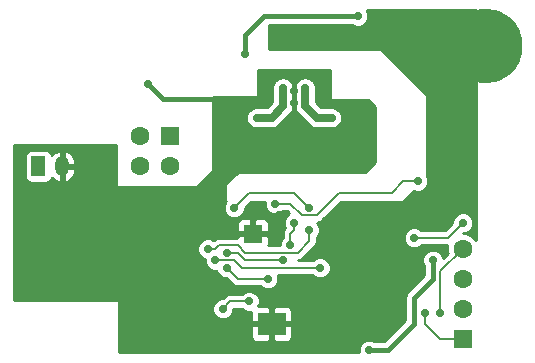
<source format=gbl>
G04 #@! TF.GenerationSoftware,KiCad,Pcbnew,5.0.1-33cea8e~68~ubuntu18.04.1*
G04 #@! TF.CreationDate,2018-11-28T03:54:02-05:00*
G04 #@! TF.ProjectId,psu,7073752E6B696361645F706362000000,rev?*
G04 #@! TF.SameCoordinates,Original*
G04 #@! TF.FileFunction,Copper,L2,Bot,Signal*
G04 #@! TF.FilePolarity,Positive*
%FSLAX46Y46*%
G04 Gerber Fmt 4.6, Leading zero omitted, Abs format (unit mm)*
G04 Created by KiCad (PCBNEW 5.0.1-33cea8e~68~ubuntu18.04.1) date Wed Nov 28 03:54:02 2018*
%MOMM*%
%LPD*%
G01*
G04 APERTURE LIST*
G04 #@! TA.AperFunction,ComponentPad*
%ADD10R,1.600000X1.600000*%
G04 #@! TD*
G04 #@! TA.AperFunction,SMDPad,CuDef*
%ADD11R,2.450000X1.950000*%
G04 #@! TD*
G04 #@! TA.AperFunction,ViaPad*
%ADD12C,0.600000*%
G04 #@! TD*
G04 #@! TA.AperFunction,ComponentPad*
%ADD13O,1.200000X1.700000*%
G04 #@! TD*
G04 #@! TA.AperFunction,ComponentPad*
%ADD14R,1.200000X1.700000*%
G04 #@! TD*
G04 #@! TA.AperFunction,ComponentPad*
%ADD15C,1.600000*%
G04 #@! TD*
G04 #@! TA.AperFunction,ViaPad*
%ADD16C,1.016000*%
G04 #@! TD*
G04 #@! TA.AperFunction,ComponentPad*
%ADD17C,6.350000*%
G04 #@! TD*
G04 #@! TA.AperFunction,ViaPad*
%ADD18C,0.711200*%
G04 #@! TD*
G04 #@! TA.AperFunction,Conductor*
%ADD19C,0.406400*%
G04 #@! TD*
G04 #@! TA.AperFunction,Conductor*
%ADD20C,0.203200*%
G04 #@! TD*
G04 #@! TA.AperFunction,Conductor*
%ADD21C,0.711200*%
G04 #@! TD*
G04 #@! TA.AperFunction,Conductor*
%ADD22C,0.254000*%
G04 #@! TD*
%ADD23C,0.350000*%
%ADD24C,0.300000*%
G04 APERTURE END LIST*
D10*
G04 #@! TO.P,U2,EP*
G04 #@! TO.N,GND*
X153670000Y-109855000D03*
G04 #@! TD*
D11*
G04 #@! TO.P,U1,EP*
G04 #@! TO.N,GND*
X155257500Y-117475000D03*
D12*
G04 #@! TD*
G04 #@! TO.N,GND*
G04 #@! TO.C,U1*
X155257500Y-116975000D03*
G04 #@! TO.N,GND*
G04 #@! TO.C,U1*
X155257500Y-117975000D03*
X156157500Y-117975000D03*
X154357500Y-117975000D03*
X154357500Y-116975000D03*
X156157500Y-116975000D03*
G04 #@! TD*
D13*
G04 #@! TO.P,J3,2*
G04 #@! TO.N,GND*
X137525000Y-104140000D03*
D14*
G04 #@! TO.P,J3,1*
G04 #@! TO.N,/BATT_IN*
X135525000Y-104140000D03*
G04 #@! TD*
D15*
G04 #@! TO.P,J1,6*
G04 #@! TO.N,GND*
X144145000Y-106680000D03*
G04 #@! TO.P,J1,5*
X146685000Y-106680000D03*
G04 #@! TO.P,J1,4*
G04 #@! TO.N,+VIN*
X144145000Y-104140000D03*
G04 #@! TO.P,J1,3*
G04 #@! TO.N,+5V*
X146685000Y-104140000D03*
G04 #@! TO.P,J1,2*
G04 #@! TO.N,+VIN*
X144145000Y-101600000D03*
D10*
G04 #@! TO.P,J1,1*
G04 #@! TO.N,+5V*
X146685000Y-101600000D03*
G04 #@! TD*
D15*
G04 #@! TO.P,J2,4*
G04 #@! TO.N,/SCL*
X171450000Y-111125000D03*
G04 #@! TO.P,J2,3*
G04 #@! TO.N,/SDA*
X171450000Y-113665000D03*
G04 #@! TO.P,J2,2*
G04 #@! TO.N,/ON_BATT*
X171450000Y-116205000D03*
D10*
G04 #@! TO.P,J2,1*
G04 #@! TO.N,/SYSOFF*
X171450000Y-118745000D03*
G04 #@! TD*
D16*
G04 #@! TO.N,GND*
G04 #@! TO.C,H1*
X175334734Y-92837000D03*
X175334734Y-95123000D03*
X173355000Y-96266000D03*
X171375266Y-95123000D03*
X171375266Y-92837000D03*
X173355000Y-91694000D03*
D17*
G04 #@! TD*
G04 #@! TO.P,H1,P*
G04 #@! TO.N,GND*
X173355000Y-93980000D03*
D18*
G04 #@! TO.N,+5V*
X168910000Y-112077500D03*
X163512500Y-119697500D03*
X153035000Y-94615000D03*
X162560000Y-91440000D03*
G04 #@! TO.N,GND*
X152400000Y-119380000D03*
X156210000Y-92392500D03*
X160337500Y-93662500D03*
X162877500Y-117157500D03*
X160972500Y-111442500D03*
X167322500Y-113665000D03*
X163830000Y-108855000D03*
X158750000Y-113665000D03*
X162877500Y-115252500D03*
X161925000Y-99060000D03*
X154940000Y-98742500D03*
X159385000Y-98742500D03*
X157162500Y-97790000D03*
X157162500Y-98742500D03*
X157162500Y-99695000D03*
X152400000Y-99060000D03*
X157162500Y-104140000D03*
X152400000Y-104140000D03*
X146685000Y-112395000D03*
X145732500Y-112395000D03*
X144780000Y-97155000D03*
X162242500Y-109537500D03*
X162242500Y-107632500D03*
X155892500Y-108267500D03*
G04 #@! TO.N,/ON_BATT*
X171450000Y-108902500D03*
X167322500Y-110172500D03*
G04 #@! TO.N,/SCL*
X169545000Y-116522500D03*
G04 #@! TO.N,/SYSOFF*
X168275000Y-116522500D03*
G04 #@! TO.N,Net-(R8-Pad2)*
X151447500Y-111442500D03*
X156210000Y-112077500D03*
G04 #@! TO.N,Net-(R10-Pad2)*
X158432500Y-109537500D03*
X149860000Y-111125000D03*
G04 #@! TO.N,Net-(R9-Pad2)*
X158432500Y-107632500D03*
X152082500Y-107632500D03*
G04 #@! TO.N,Net-(R11-Pad2)*
X154940000Y-113665000D03*
X151447500Y-112712500D03*
G04 #@! TO.N,/L1*
X160337500Y-100012500D03*
X159702500Y-100012500D03*
X159067500Y-100012500D03*
X158115000Y-98107500D03*
X158115000Y-97472500D03*
G04 #@! TO.N,/L2*
X156210000Y-98107500D03*
X153987500Y-100012500D03*
X154622500Y-100012500D03*
X155257500Y-100012500D03*
X156210000Y-97472500D03*
G04 #@! TO.N,/BATT_IN*
X153352500Y-115570000D03*
X151130000Y-116205000D03*
G04 #@! TO.N,Net-(Q2-Pad3)*
X159385000Y-112712500D03*
X150495000Y-112077500D03*
G04 #@! TO.N,Net-(R13-Pad1)*
X157162500Y-108902500D03*
X156845000Y-110807500D03*
G04 #@! TO.N,/~CHG*
X167640000Y-105410000D03*
X155575000Y-107315000D03*
G04 #@! TD*
D19*
G04 #@! TO.N,+5V*
X154622500Y-91440000D02*
X153035000Y-93027500D01*
X162560000Y-91440000D02*
X154622500Y-91440000D01*
X153035000Y-93027500D02*
X153035000Y-94615000D01*
X167322500Y-115252500D02*
X168910000Y-113665000D01*
X168910000Y-113665000D02*
X168910000Y-112077500D01*
X167322500Y-117475000D02*
X167322500Y-115252500D01*
X163512500Y-119697500D02*
X165100000Y-119697500D01*
X165100000Y-119697500D02*
X167322500Y-117475000D01*
G04 #@! TO.N,GND*
X146050000Y-98425000D02*
X150495000Y-98425000D01*
X144780000Y-97155000D02*
X146050000Y-98425000D01*
D20*
G04 #@! TO.N,/ON_BATT*
X170180000Y-110172500D02*
X171450000Y-108902500D01*
X167322500Y-110172500D02*
X170180000Y-110172500D01*
G04 #@! TO.N,/SCL*
X169545000Y-113030000D02*
X171450000Y-111125000D01*
X169545000Y-116522500D02*
X169545000Y-113030000D01*
G04 #@! TO.N,/SDA*
X170815000Y-113665000D02*
X171450000Y-113665000D01*
G04 #@! TO.N,/SYSOFF*
X169545000Y-118745000D02*
X171450000Y-118745000D01*
X168275000Y-116522500D02*
X168275000Y-117475000D01*
X168275000Y-117475000D02*
X169545000Y-118745000D01*
G04 #@! TO.N,Net-(R8-Pad2)*
X152400000Y-111442500D02*
X151447500Y-111442500D01*
X156210000Y-112077500D02*
X153035000Y-112077500D01*
X153035000Y-112077500D02*
X152400000Y-111442500D01*
G04 #@! TO.N,Net-(R10-Pad2)*
X150495000Y-111125000D02*
X150812500Y-110807500D01*
X158432500Y-110490000D02*
X158432500Y-109537500D01*
X149860000Y-111125000D02*
X150495000Y-111125000D01*
X152400000Y-110807500D02*
X153035000Y-111442500D01*
X157480000Y-111442500D02*
X158432500Y-110490000D01*
X150812500Y-110807500D02*
X152400000Y-110807500D01*
X153035000Y-111442500D02*
X157480000Y-111442500D01*
G04 #@! TO.N,Net-(R9-Pad2)*
X157162500Y-106362500D02*
X158432500Y-107632500D01*
X152082500Y-107632500D02*
X153352500Y-106362500D01*
X153352500Y-106362500D02*
X157162500Y-106362500D01*
G04 #@! TO.N,Net-(R11-Pad2)*
X151447500Y-112712500D02*
X152400000Y-113665000D01*
X152400000Y-113665000D02*
X154940000Y-113665000D01*
D21*
G04 #@! TO.N,/L1*
X158115000Y-99060000D02*
X159067500Y-100012500D01*
X158115000Y-98107500D02*
X158115000Y-99060000D01*
X159067500Y-100012500D02*
X159702500Y-100012500D01*
X159702500Y-100012500D02*
X160337500Y-100012500D01*
X158115000Y-97472500D02*
X158115000Y-98107500D01*
G04 #@! TO.N,/L2*
X156210000Y-97472500D02*
X156210000Y-98107500D01*
X156210000Y-99060000D02*
X155257500Y-100012500D01*
X156210000Y-98107500D02*
X156210000Y-99060000D01*
X155257500Y-100012500D02*
X154622500Y-100012500D01*
X154622500Y-100012500D02*
X153987500Y-100012500D01*
D20*
G04 #@! TO.N,/BATT_IN*
X151765000Y-115570000D02*
X153352500Y-115570000D01*
X151130000Y-116205000D02*
X151765000Y-115570000D01*
G04 #@! TO.N,Net-(Q2-Pad3)*
X152717500Y-112712500D02*
X159385000Y-112712500D01*
X152082500Y-112077500D02*
X152717500Y-112712500D01*
X150495000Y-112077500D02*
X152082500Y-112077500D01*
G04 #@! TO.N,Net-(R13-Pad1)*
X157162500Y-109537500D02*
X157162500Y-108902500D01*
X156845000Y-110807500D02*
X156845000Y-109855000D01*
X156845000Y-109855000D02*
X157162500Y-109537500D01*
G04 #@! TO.N,/~CHG*
X166370000Y-105410000D02*
X167640000Y-105410000D01*
X160972500Y-106362500D02*
X165417500Y-106362500D01*
X155575000Y-107315000D02*
X156845000Y-107315000D01*
X165417500Y-106362500D02*
X166370000Y-105410000D01*
X156845000Y-107315000D02*
X157797500Y-108267500D01*
X159067500Y-108267500D02*
X160972500Y-106362500D01*
X157797500Y-108267500D02*
X159067500Y-108267500D01*
G04 #@! TD*
D22*
G04 #@! TO.N,GND*
G36*
X172593000Y-110400103D02*
X172580402Y-110369689D01*
X172205311Y-109994598D01*
X171715230Y-109791600D01*
X171458925Y-109791600D01*
X171459025Y-109791500D01*
X171626833Y-109791500D01*
X171953578Y-109656158D01*
X172203658Y-109406078D01*
X172339000Y-109079333D01*
X172339000Y-108725667D01*
X172203658Y-108398922D01*
X171953578Y-108148842D01*
X171626833Y-108013500D01*
X171273167Y-108013500D01*
X170946422Y-108148842D01*
X170696342Y-108398922D01*
X170561000Y-108725667D01*
X170561000Y-108893475D01*
X169916976Y-109537500D01*
X167944736Y-109537500D01*
X167826078Y-109418842D01*
X167499333Y-109283500D01*
X167145667Y-109283500D01*
X166818922Y-109418842D01*
X166568842Y-109668922D01*
X166433500Y-109995667D01*
X166433500Y-110349333D01*
X166568842Y-110676078D01*
X166818922Y-110926158D01*
X167145667Y-111061500D01*
X167499333Y-111061500D01*
X167826078Y-110926158D01*
X167944736Y-110807500D01*
X170117463Y-110807500D01*
X170136669Y-110811320D01*
X170116600Y-110859770D01*
X170116600Y-111390230D01*
X170166434Y-111510541D01*
X169792354Y-111884622D01*
X169663658Y-111573922D01*
X169413578Y-111323842D01*
X169086833Y-111188500D01*
X168733167Y-111188500D01*
X168406422Y-111323842D01*
X168156342Y-111573922D01*
X168021000Y-111900667D01*
X168021000Y-112254333D01*
X168156342Y-112581078D01*
X168173401Y-112598137D01*
X168173400Y-113359890D01*
X166852940Y-114680351D01*
X166791443Y-114721442D01*
X166750352Y-114782939D01*
X166750349Y-114782942D01*
X166628639Y-114965094D01*
X166571471Y-115252500D01*
X166585901Y-115325045D01*
X166585900Y-117169890D01*
X164794891Y-118960900D01*
X164033136Y-118960900D01*
X164016078Y-118943842D01*
X163689333Y-118808500D01*
X163335667Y-118808500D01*
X163008922Y-118943842D01*
X162758842Y-119193922D01*
X162623500Y-119520667D01*
X162623500Y-119874333D01*
X162629161Y-119888000D01*
X142367000Y-119888000D01*
X142367000Y-117735350D01*
X153499100Y-117735350D01*
X153499100Y-118556100D01*
X153580305Y-118752147D01*
X153730353Y-118902195D01*
X153926400Y-118983400D01*
X154997150Y-118983400D01*
X155130500Y-118850050D01*
X155130500Y-117602000D01*
X155384500Y-117602000D01*
X155384500Y-118850050D01*
X155517850Y-118983400D01*
X156588600Y-118983400D01*
X156784647Y-118902195D01*
X156934695Y-118752147D01*
X157015900Y-118556100D01*
X157015900Y-117735350D01*
X156882550Y-117602000D01*
X155384500Y-117602000D01*
X155130500Y-117602000D01*
X153632450Y-117602000D01*
X153499100Y-117735350D01*
X142367000Y-117735350D01*
X142367000Y-116028167D01*
X150241000Y-116028167D01*
X150241000Y-116381833D01*
X150376342Y-116708578D01*
X150626422Y-116958658D01*
X150953167Y-117094000D01*
X151306833Y-117094000D01*
X151633578Y-116958658D01*
X151883658Y-116708578D01*
X152019000Y-116381833D01*
X152019000Y-116214025D01*
X152028025Y-116205000D01*
X152730264Y-116205000D01*
X152848922Y-116323658D01*
X153175667Y-116459000D01*
X153499100Y-116459000D01*
X153499100Y-117214650D01*
X153632450Y-117348000D01*
X155130500Y-117348000D01*
X155130500Y-116099950D01*
X155384500Y-116099950D01*
X155384500Y-117348000D01*
X156882550Y-117348000D01*
X157015900Y-117214650D01*
X157015900Y-116393900D01*
X156934695Y-116197853D01*
X156784647Y-116047805D01*
X156588600Y-115966600D01*
X155517850Y-115966600D01*
X155384500Y-116099950D01*
X155130500Y-116099950D01*
X154997150Y-115966600D01*
X154150470Y-115966600D01*
X154241500Y-115746833D01*
X154241500Y-115393167D01*
X154106158Y-115066422D01*
X153856078Y-114816342D01*
X153529333Y-114681000D01*
X153175667Y-114681000D01*
X152848922Y-114816342D01*
X152730264Y-114935000D01*
X151827537Y-114935000D01*
X151765000Y-114922561D01*
X151702463Y-114935000D01*
X151702459Y-114935000D01*
X151517235Y-114971843D01*
X151360210Y-115076764D01*
X151360208Y-115076766D01*
X151307191Y-115112191D01*
X151271765Y-115165209D01*
X151120975Y-115316000D01*
X150953167Y-115316000D01*
X150626422Y-115451342D01*
X150376342Y-115701422D01*
X150241000Y-116028167D01*
X142367000Y-116028167D01*
X142367000Y-115570000D01*
X142357333Y-115521399D01*
X142329803Y-115480197D01*
X142288601Y-115452667D01*
X142240000Y-115443000D01*
X133477000Y-115443000D01*
X133477000Y-108948900D01*
X152336600Y-108948900D01*
X152336600Y-109594650D01*
X152469950Y-109728000D01*
X153543000Y-109728000D01*
X153543000Y-108654950D01*
X153797000Y-108654950D01*
X153797000Y-109728000D01*
X154870050Y-109728000D01*
X155003400Y-109594650D01*
X155003400Y-108948900D01*
X154922195Y-108752853D01*
X154772147Y-108602805D01*
X154576100Y-108521600D01*
X153930350Y-108521600D01*
X153797000Y-108654950D01*
X153543000Y-108654950D01*
X153409650Y-108521600D01*
X152763900Y-108521600D01*
X152567853Y-108602805D01*
X152417805Y-108752853D01*
X152336600Y-108948900D01*
X133477000Y-108948900D01*
X133477000Y-103290000D01*
X134381151Y-103290000D01*
X134381151Y-104990000D01*
X134422549Y-105198122D01*
X134540441Y-105374559D01*
X134716878Y-105492451D01*
X134925000Y-105533849D01*
X136125000Y-105533849D01*
X136333122Y-105492451D01*
X136509559Y-105374559D01*
X136627451Y-105198122D01*
X136647857Y-105095532D01*
X136755264Y-105240190D01*
X137139210Y-105470038D01*
X137223377Y-105482529D01*
X137398000Y-105381953D01*
X137398000Y-104267000D01*
X137652000Y-104267000D01*
X137652000Y-105381953D01*
X137826623Y-105482529D01*
X137910790Y-105470038D01*
X138294736Y-105240190D01*
X138561497Y-104880908D01*
X138670461Y-104446890D01*
X138531908Y-104267000D01*
X137652000Y-104267000D01*
X137398000Y-104267000D01*
X137378000Y-104267000D01*
X137378000Y-104013000D01*
X137398000Y-104013000D01*
X137398000Y-102898047D01*
X137652000Y-102898047D01*
X137652000Y-104013000D01*
X138531908Y-104013000D01*
X138670461Y-103833110D01*
X138561497Y-103399092D01*
X138294736Y-103039810D01*
X137910790Y-102809962D01*
X137826623Y-102797471D01*
X137652000Y-102898047D01*
X137398000Y-102898047D01*
X137223377Y-102797471D01*
X137139210Y-102809962D01*
X136755264Y-103039810D01*
X136647857Y-103184468D01*
X136627451Y-103081878D01*
X136509559Y-102905441D01*
X136333122Y-102787549D01*
X136125000Y-102746151D01*
X134925000Y-102746151D01*
X134716878Y-102787549D01*
X134540441Y-102905441D01*
X134422549Y-103081878D01*
X134381151Y-103290000D01*
X133477000Y-103290000D01*
X133477000Y-102362000D01*
X142113000Y-102362000D01*
X142113000Y-105727500D01*
X142122667Y-105776101D01*
X142150197Y-105817303D01*
X142191399Y-105844833D01*
X142240000Y-105854500D01*
X148907500Y-105854500D01*
X148956101Y-105844833D01*
X148997303Y-105817303D01*
X150267303Y-104547303D01*
X150294833Y-104506101D01*
X150304500Y-104457500D01*
X150304500Y-100012500D01*
X153081084Y-100012500D01*
X153098500Y-100100056D01*
X153098500Y-100189333D01*
X153132665Y-100271815D01*
X153150081Y-100359370D01*
X153199677Y-100433595D01*
X153233842Y-100516078D01*
X153296971Y-100579207D01*
X153346567Y-100653433D01*
X153420793Y-100703029D01*
X153483922Y-100766158D01*
X153566405Y-100800323D01*
X153640630Y-100849919D01*
X153728185Y-100867335D01*
X153810667Y-100901500D01*
X155169945Y-100901500D01*
X155257500Y-100918916D01*
X155345055Y-100901500D01*
X155434333Y-100901500D01*
X155516815Y-100867335D01*
X155604370Y-100849919D01*
X155678595Y-100800323D01*
X155761078Y-100766158D01*
X155824207Y-100703029D01*
X155898433Y-100653433D01*
X155948029Y-100579207D01*
X156011159Y-100516077D01*
X156776706Y-99750529D01*
X156850933Y-99700933D01*
X157047419Y-99406870D01*
X157099000Y-99147556D01*
X157099000Y-99147552D01*
X157116415Y-99060001D01*
X157116415Y-99060000D01*
X157208584Y-99060000D01*
X157252801Y-99282288D01*
X157277582Y-99406870D01*
X157474068Y-99700933D01*
X157548294Y-99750529D01*
X158313842Y-100516078D01*
X158376971Y-100579207D01*
X158426567Y-100653433D01*
X158500793Y-100703029D01*
X158563922Y-100766158D01*
X158646405Y-100800323D01*
X158720630Y-100849919D01*
X158808185Y-100867335D01*
X158890667Y-100901500D01*
X158979948Y-100901500D01*
X159067499Y-100918915D01*
X159155050Y-100901500D01*
X160514333Y-100901500D01*
X160596815Y-100867335D01*
X160684370Y-100849919D01*
X160758595Y-100800323D01*
X160841078Y-100766158D01*
X160904207Y-100703029D01*
X160978433Y-100653433D01*
X161028029Y-100579207D01*
X161091158Y-100516078D01*
X161125323Y-100433595D01*
X161174919Y-100359370D01*
X161192335Y-100271815D01*
X161226500Y-100189333D01*
X161226500Y-100100056D01*
X161243916Y-100012500D01*
X161226500Y-99924944D01*
X161226500Y-99835667D01*
X161192335Y-99753185D01*
X161174919Y-99665630D01*
X161125323Y-99591405D01*
X161091158Y-99508922D01*
X161028029Y-99445793D01*
X160978433Y-99371567D01*
X160904207Y-99321971D01*
X160841078Y-99258842D01*
X160758595Y-99224677D01*
X160684370Y-99175081D01*
X160596815Y-99157665D01*
X160514333Y-99123500D01*
X159435736Y-99123500D01*
X159004000Y-98691765D01*
X159004000Y-97295667D01*
X158969835Y-97213185D01*
X158952419Y-97125630D01*
X158902823Y-97051405D01*
X158868658Y-96968922D01*
X158805529Y-96905793D01*
X158755933Y-96831567D01*
X158681707Y-96781971D01*
X158618578Y-96718842D01*
X158536093Y-96684676D01*
X158461869Y-96635081D01*
X158374316Y-96617665D01*
X158291833Y-96583500D01*
X158202556Y-96583500D01*
X158115000Y-96566084D01*
X158027444Y-96583500D01*
X157938167Y-96583500D01*
X157855685Y-96617665D01*
X157768130Y-96635081D01*
X157693905Y-96684677D01*
X157611422Y-96718842D01*
X157548293Y-96781971D01*
X157474067Y-96831567D01*
X157424471Y-96905793D01*
X157361342Y-96968922D01*
X157327176Y-97051407D01*
X157277581Y-97125631D01*
X157260166Y-97213184D01*
X157226000Y-97295667D01*
X157226000Y-98019945D01*
X157226001Y-98972441D01*
X157208584Y-99060000D01*
X157116415Y-99060000D01*
X157099000Y-98972450D01*
X157099000Y-97295667D01*
X157064835Y-97213185D01*
X157047419Y-97125630D01*
X156997823Y-97051405D01*
X156963658Y-96968922D01*
X156900529Y-96905793D01*
X156850933Y-96831567D01*
X156776707Y-96781971D01*
X156713578Y-96718842D01*
X156631093Y-96684676D01*
X156556869Y-96635081D01*
X156469316Y-96617665D01*
X156386833Y-96583500D01*
X156297556Y-96583500D01*
X156210000Y-96566084D01*
X156122444Y-96583500D01*
X156033167Y-96583500D01*
X155950685Y-96617665D01*
X155863130Y-96635081D01*
X155788905Y-96684677D01*
X155706422Y-96718842D01*
X155643293Y-96781971D01*
X155569067Y-96831567D01*
X155519471Y-96905793D01*
X155456342Y-96968922D01*
X155422176Y-97051407D01*
X155372581Y-97125631D01*
X155355166Y-97213184D01*
X155321000Y-97295667D01*
X155321000Y-98019945D01*
X155321001Y-98691764D01*
X154889265Y-99123500D01*
X153810667Y-99123500D01*
X153728185Y-99157665D01*
X153640630Y-99175081D01*
X153566405Y-99224677D01*
X153483922Y-99258842D01*
X153420793Y-99321971D01*
X153346567Y-99371567D01*
X153296971Y-99445793D01*
X153233842Y-99508922D01*
X153199677Y-99591405D01*
X153150081Y-99665630D01*
X153132665Y-99753185D01*
X153098500Y-99835667D01*
X153098500Y-99924944D01*
X153081084Y-100012500D01*
X150304500Y-100012500D01*
X150304500Y-98234500D01*
X153987500Y-98234500D01*
X154036101Y-98224833D01*
X154077303Y-98197303D01*
X154104833Y-98156101D01*
X154114500Y-98107500D01*
X154114500Y-96012000D01*
X160210500Y-96012000D01*
X160210500Y-98425000D01*
X160220167Y-98473601D01*
X160247697Y-98514803D01*
X160288899Y-98542333D01*
X160337500Y-98552000D01*
X163459894Y-98552000D01*
X164020500Y-99112606D01*
X164020500Y-103769894D01*
X163142394Y-104648000D01*
X152400000Y-104648000D01*
X152351399Y-104657667D01*
X152310197Y-104685197D01*
X151357697Y-105637697D01*
X151330167Y-105678899D01*
X151320500Y-105727500D01*
X151320500Y-106997500D01*
X151330167Y-107046101D01*
X151357697Y-107087303D01*
X151365348Y-107092416D01*
X151328842Y-107128922D01*
X151193500Y-107455667D01*
X151193500Y-107809333D01*
X151328842Y-108136078D01*
X151578922Y-108386158D01*
X151905667Y-108521500D01*
X152259333Y-108521500D01*
X152586078Y-108386158D01*
X152836158Y-108136078D01*
X152971500Y-107809333D01*
X152971500Y-107641524D01*
X153488525Y-107124500D01*
X154691661Y-107124500D01*
X154686000Y-107138167D01*
X154686000Y-107491833D01*
X154821342Y-107818578D01*
X155071422Y-108068658D01*
X155398167Y-108204000D01*
X155751833Y-108204000D01*
X156078578Y-108068658D01*
X156197236Y-107950000D01*
X156581976Y-107950000D01*
X156745115Y-108113140D01*
X156658922Y-108148842D01*
X156408842Y-108398922D01*
X156273500Y-108725667D01*
X156273500Y-109079333D01*
X156401266Y-109387787D01*
X156387192Y-109397191D01*
X156351765Y-109450211D01*
X156246843Y-109607236D01*
X156197561Y-109855000D01*
X156210001Y-109917541D01*
X156210001Y-110185263D01*
X156091342Y-110303922D01*
X155956000Y-110630667D01*
X155956000Y-110807500D01*
X154984181Y-110807500D01*
X155003400Y-110761100D01*
X155003400Y-110115350D01*
X154870050Y-109982000D01*
X153797000Y-109982000D01*
X153797000Y-110002000D01*
X153543000Y-110002000D01*
X153543000Y-109982000D01*
X152469950Y-109982000D01*
X152336600Y-110115350D01*
X152336600Y-110172500D01*
X150875037Y-110172500D01*
X150812500Y-110160061D01*
X150749963Y-110172500D01*
X150749959Y-110172500D01*
X150564735Y-110209343D01*
X150354691Y-110349691D01*
X150345287Y-110363765D01*
X150036833Y-110236000D01*
X149683167Y-110236000D01*
X149356422Y-110371342D01*
X149106342Y-110621422D01*
X148971000Y-110948167D01*
X148971000Y-111301833D01*
X149106342Y-111628578D01*
X149356422Y-111878658D01*
X149606000Y-111982036D01*
X149606000Y-112254333D01*
X149741342Y-112581078D01*
X149991422Y-112831158D01*
X150318167Y-112966500D01*
X150590464Y-112966500D01*
X150693842Y-113216078D01*
X150943922Y-113466158D01*
X151270667Y-113601500D01*
X151438476Y-113601500D01*
X151906764Y-114069788D01*
X151942191Y-114122809D01*
X152152235Y-114263157D01*
X152337459Y-114300000D01*
X152337464Y-114300000D01*
X152399999Y-114312439D01*
X152462535Y-114300000D01*
X154317764Y-114300000D01*
X154436422Y-114418658D01*
X154763167Y-114554000D01*
X155116833Y-114554000D01*
X155443578Y-114418658D01*
X155693658Y-114168578D01*
X155829000Y-113841833D01*
X155829000Y-113488167D01*
X155770734Y-113347500D01*
X158762764Y-113347500D01*
X158881422Y-113466158D01*
X159208167Y-113601500D01*
X159561833Y-113601500D01*
X159888578Y-113466158D01*
X160138658Y-113216078D01*
X160274000Y-112889333D01*
X160274000Y-112535667D01*
X160138658Y-112208922D01*
X159888578Y-111958842D01*
X159561833Y-111823500D01*
X159208167Y-111823500D01*
X158881422Y-111958842D01*
X158762764Y-112077500D01*
X157542541Y-112077500D01*
X157727765Y-112040657D01*
X157937809Y-111900309D01*
X157973238Y-111847286D01*
X158837289Y-110983236D01*
X158890309Y-110947809D01*
X159030657Y-110737765D01*
X159067500Y-110552541D01*
X159067500Y-110552536D01*
X159079939Y-110490001D01*
X159067500Y-110427465D01*
X159067500Y-110159736D01*
X159186158Y-110041078D01*
X159321500Y-109714333D01*
X159321500Y-109360667D01*
X159186158Y-109033922D01*
X159067094Y-108914858D01*
X159067500Y-108914939D01*
X159130037Y-108902500D01*
X159130041Y-108902500D01*
X159315265Y-108865657D01*
X159525309Y-108725309D01*
X159560738Y-108672286D01*
X161108526Y-107124500D01*
X166370000Y-107124500D01*
X166418601Y-107114833D01*
X166459803Y-107087303D01*
X167311096Y-106236010D01*
X167463167Y-106299000D01*
X167816833Y-106299000D01*
X168143578Y-106163658D01*
X168393658Y-105913578D01*
X168529000Y-105586833D01*
X168529000Y-105233167D01*
X168402000Y-104926561D01*
X168402000Y-98107500D01*
X168392333Y-98058899D01*
X168364803Y-98017697D01*
X164554803Y-94207697D01*
X164513601Y-94180167D01*
X164465000Y-94170500D01*
X155067000Y-94170500D01*
X155067000Y-92176600D01*
X162039364Y-92176600D01*
X162056422Y-92193658D01*
X162383167Y-92329000D01*
X162736833Y-92329000D01*
X163063578Y-92193658D01*
X163313658Y-91943578D01*
X163449000Y-91616833D01*
X163449000Y-91263167D01*
X163313658Y-90936422D01*
X163309236Y-90932000D01*
X172593000Y-90932000D01*
X172593000Y-110400103D01*
X172593000Y-110400103D01*
G37*
X172593000Y-110400103D02*
X172580402Y-110369689D01*
X172205311Y-109994598D01*
X171715230Y-109791600D01*
X171458925Y-109791600D01*
X171459025Y-109791500D01*
X171626833Y-109791500D01*
X171953578Y-109656158D01*
X172203658Y-109406078D01*
X172339000Y-109079333D01*
X172339000Y-108725667D01*
X172203658Y-108398922D01*
X171953578Y-108148842D01*
X171626833Y-108013500D01*
X171273167Y-108013500D01*
X170946422Y-108148842D01*
X170696342Y-108398922D01*
X170561000Y-108725667D01*
X170561000Y-108893475D01*
X169916976Y-109537500D01*
X167944736Y-109537500D01*
X167826078Y-109418842D01*
X167499333Y-109283500D01*
X167145667Y-109283500D01*
X166818922Y-109418842D01*
X166568842Y-109668922D01*
X166433500Y-109995667D01*
X166433500Y-110349333D01*
X166568842Y-110676078D01*
X166818922Y-110926158D01*
X167145667Y-111061500D01*
X167499333Y-111061500D01*
X167826078Y-110926158D01*
X167944736Y-110807500D01*
X170117463Y-110807500D01*
X170136669Y-110811320D01*
X170116600Y-110859770D01*
X170116600Y-111390230D01*
X170166434Y-111510541D01*
X169792354Y-111884622D01*
X169663658Y-111573922D01*
X169413578Y-111323842D01*
X169086833Y-111188500D01*
X168733167Y-111188500D01*
X168406422Y-111323842D01*
X168156342Y-111573922D01*
X168021000Y-111900667D01*
X168021000Y-112254333D01*
X168156342Y-112581078D01*
X168173401Y-112598137D01*
X168173400Y-113359890D01*
X166852940Y-114680351D01*
X166791443Y-114721442D01*
X166750352Y-114782939D01*
X166750349Y-114782942D01*
X166628639Y-114965094D01*
X166571471Y-115252500D01*
X166585901Y-115325045D01*
X166585900Y-117169890D01*
X164794891Y-118960900D01*
X164033136Y-118960900D01*
X164016078Y-118943842D01*
X163689333Y-118808500D01*
X163335667Y-118808500D01*
X163008922Y-118943842D01*
X162758842Y-119193922D01*
X162623500Y-119520667D01*
X162623500Y-119874333D01*
X162629161Y-119888000D01*
X142367000Y-119888000D01*
X142367000Y-117735350D01*
X153499100Y-117735350D01*
X153499100Y-118556100D01*
X153580305Y-118752147D01*
X153730353Y-118902195D01*
X153926400Y-118983400D01*
X154997150Y-118983400D01*
X155130500Y-118850050D01*
X155130500Y-117602000D01*
X155384500Y-117602000D01*
X155384500Y-118850050D01*
X155517850Y-118983400D01*
X156588600Y-118983400D01*
X156784647Y-118902195D01*
X156934695Y-118752147D01*
X157015900Y-118556100D01*
X157015900Y-117735350D01*
X156882550Y-117602000D01*
X155384500Y-117602000D01*
X155130500Y-117602000D01*
X153632450Y-117602000D01*
X153499100Y-117735350D01*
X142367000Y-117735350D01*
X142367000Y-116028167D01*
X150241000Y-116028167D01*
X150241000Y-116381833D01*
X150376342Y-116708578D01*
X150626422Y-116958658D01*
X150953167Y-117094000D01*
X151306833Y-117094000D01*
X151633578Y-116958658D01*
X151883658Y-116708578D01*
X152019000Y-116381833D01*
X152019000Y-116214025D01*
X152028025Y-116205000D01*
X152730264Y-116205000D01*
X152848922Y-116323658D01*
X153175667Y-116459000D01*
X153499100Y-116459000D01*
X153499100Y-117214650D01*
X153632450Y-117348000D01*
X155130500Y-117348000D01*
X155130500Y-116099950D01*
X155384500Y-116099950D01*
X155384500Y-117348000D01*
X156882550Y-117348000D01*
X157015900Y-117214650D01*
X157015900Y-116393900D01*
X156934695Y-116197853D01*
X156784647Y-116047805D01*
X156588600Y-115966600D01*
X155517850Y-115966600D01*
X155384500Y-116099950D01*
X155130500Y-116099950D01*
X154997150Y-115966600D01*
X154150470Y-115966600D01*
X154241500Y-115746833D01*
X154241500Y-115393167D01*
X154106158Y-115066422D01*
X153856078Y-114816342D01*
X153529333Y-114681000D01*
X153175667Y-114681000D01*
X152848922Y-114816342D01*
X152730264Y-114935000D01*
X151827537Y-114935000D01*
X151765000Y-114922561D01*
X151702463Y-114935000D01*
X151702459Y-114935000D01*
X151517235Y-114971843D01*
X151360210Y-115076764D01*
X151360208Y-115076766D01*
X151307191Y-115112191D01*
X151271765Y-115165209D01*
X151120975Y-115316000D01*
X150953167Y-115316000D01*
X150626422Y-115451342D01*
X150376342Y-115701422D01*
X150241000Y-116028167D01*
X142367000Y-116028167D01*
X142367000Y-115570000D01*
X142357333Y-115521399D01*
X142329803Y-115480197D01*
X142288601Y-115452667D01*
X142240000Y-115443000D01*
X133477000Y-115443000D01*
X133477000Y-108948900D01*
X152336600Y-108948900D01*
X152336600Y-109594650D01*
X152469950Y-109728000D01*
X153543000Y-109728000D01*
X153543000Y-108654950D01*
X153797000Y-108654950D01*
X153797000Y-109728000D01*
X154870050Y-109728000D01*
X155003400Y-109594650D01*
X155003400Y-108948900D01*
X154922195Y-108752853D01*
X154772147Y-108602805D01*
X154576100Y-108521600D01*
X153930350Y-108521600D01*
X153797000Y-108654950D01*
X153543000Y-108654950D01*
X153409650Y-108521600D01*
X152763900Y-108521600D01*
X152567853Y-108602805D01*
X152417805Y-108752853D01*
X152336600Y-108948900D01*
X133477000Y-108948900D01*
X133477000Y-103290000D01*
X134381151Y-103290000D01*
X134381151Y-104990000D01*
X134422549Y-105198122D01*
X134540441Y-105374559D01*
X134716878Y-105492451D01*
X134925000Y-105533849D01*
X136125000Y-105533849D01*
X136333122Y-105492451D01*
X136509559Y-105374559D01*
X136627451Y-105198122D01*
X136647857Y-105095532D01*
X136755264Y-105240190D01*
X137139210Y-105470038D01*
X137223377Y-105482529D01*
X137398000Y-105381953D01*
X137398000Y-104267000D01*
X137652000Y-104267000D01*
X137652000Y-105381953D01*
X137826623Y-105482529D01*
X137910790Y-105470038D01*
X138294736Y-105240190D01*
X138561497Y-104880908D01*
X138670461Y-104446890D01*
X138531908Y-104267000D01*
X137652000Y-104267000D01*
X137398000Y-104267000D01*
X137378000Y-104267000D01*
X137378000Y-104013000D01*
X137398000Y-104013000D01*
X137398000Y-102898047D01*
X137652000Y-102898047D01*
X137652000Y-104013000D01*
X138531908Y-104013000D01*
X138670461Y-103833110D01*
X138561497Y-103399092D01*
X138294736Y-103039810D01*
X137910790Y-102809962D01*
X137826623Y-102797471D01*
X137652000Y-102898047D01*
X137398000Y-102898047D01*
X137223377Y-102797471D01*
X137139210Y-102809962D01*
X136755264Y-103039810D01*
X136647857Y-103184468D01*
X136627451Y-103081878D01*
X136509559Y-102905441D01*
X136333122Y-102787549D01*
X136125000Y-102746151D01*
X134925000Y-102746151D01*
X134716878Y-102787549D01*
X134540441Y-102905441D01*
X134422549Y-103081878D01*
X134381151Y-103290000D01*
X133477000Y-103290000D01*
X133477000Y-102362000D01*
X142113000Y-102362000D01*
X142113000Y-105727500D01*
X142122667Y-105776101D01*
X142150197Y-105817303D01*
X142191399Y-105844833D01*
X142240000Y-105854500D01*
X148907500Y-105854500D01*
X148956101Y-105844833D01*
X148997303Y-105817303D01*
X150267303Y-104547303D01*
X150294833Y-104506101D01*
X150304500Y-104457500D01*
X150304500Y-100012500D01*
X153081084Y-100012500D01*
X153098500Y-100100056D01*
X153098500Y-100189333D01*
X153132665Y-100271815D01*
X153150081Y-100359370D01*
X153199677Y-100433595D01*
X153233842Y-100516078D01*
X153296971Y-100579207D01*
X153346567Y-100653433D01*
X153420793Y-100703029D01*
X153483922Y-100766158D01*
X153566405Y-100800323D01*
X153640630Y-100849919D01*
X153728185Y-100867335D01*
X153810667Y-100901500D01*
X155169945Y-100901500D01*
X155257500Y-100918916D01*
X155345055Y-100901500D01*
X155434333Y-100901500D01*
X155516815Y-100867335D01*
X155604370Y-100849919D01*
X155678595Y-100800323D01*
X155761078Y-100766158D01*
X155824207Y-100703029D01*
X155898433Y-100653433D01*
X155948029Y-100579207D01*
X156011159Y-100516077D01*
X156776706Y-99750529D01*
X156850933Y-99700933D01*
X157047419Y-99406870D01*
X157099000Y-99147556D01*
X157099000Y-99147552D01*
X157116415Y-99060001D01*
X157116415Y-99060000D01*
X157208584Y-99060000D01*
X157252801Y-99282288D01*
X157277582Y-99406870D01*
X157474068Y-99700933D01*
X157548294Y-99750529D01*
X158313842Y-100516078D01*
X158376971Y-100579207D01*
X158426567Y-100653433D01*
X158500793Y-100703029D01*
X158563922Y-100766158D01*
X158646405Y-100800323D01*
X158720630Y-100849919D01*
X158808185Y-100867335D01*
X158890667Y-100901500D01*
X158979948Y-100901500D01*
X159067499Y-100918915D01*
X159155050Y-100901500D01*
X160514333Y-100901500D01*
X160596815Y-100867335D01*
X160684370Y-100849919D01*
X160758595Y-100800323D01*
X160841078Y-100766158D01*
X160904207Y-100703029D01*
X160978433Y-100653433D01*
X161028029Y-100579207D01*
X161091158Y-100516078D01*
X161125323Y-100433595D01*
X161174919Y-100359370D01*
X161192335Y-100271815D01*
X161226500Y-100189333D01*
X161226500Y-100100056D01*
X161243916Y-100012500D01*
X161226500Y-99924944D01*
X161226500Y-99835667D01*
X161192335Y-99753185D01*
X161174919Y-99665630D01*
X161125323Y-99591405D01*
X161091158Y-99508922D01*
X161028029Y-99445793D01*
X160978433Y-99371567D01*
X160904207Y-99321971D01*
X160841078Y-99258842D01*
X160758595Y-99224677D01*
X160684370Y-99175081D01*
X160596815Y-99157665D01*
X160514333Y-99123500D01*
X159435736Y-99123500D01*
X159004000Y-98691765D01*
X159004000Y-97295667D01*
X158969835Y-97213185D01*
X158952419Y-97125630D01*
X158902823Y-97051405D01*
X158868658Y-96968922D01*
X158805529Y-96905793D01*
X158755933Y-96831567D01*
X158681707Y-96781971D01*
X158618578Y-96718842D01*
X158536093Y-96684676D01*
X158461869Y-96635081D01*
X158374316Y-96617665D01*
X158291833Y-96583500D01*
X158202556Y-96583500D01*
X158115000Y-96566084D01*
X158027444Y-96583500D01*
X157938167Y-96583500D01*
X157855685Y-96617665D01*
X157768130Y-96635081D01*
X157693905Y-96684677D01*
X157611422Y-96718842D01*
X157548293Y-96781971D01*
X157474067Y-96831567D01*
X157424471Y-96905793D01*
X157361342Y-96968922D01*
X157327176Y-97051407D01*
X157277581Y-97125631D01*
X157260166Y-97213184D01*
X157226000Y-97295667D01*
X157226000Y-98019945D01*
X157226001Y-98972441D01*
X157208584Y-99060000D01*
X157116415Y-99060000D01*
X157099000Y-98972450D01*
X157099000Y-97295667D01*
X157064835Y-97213185D01*
X157047419Y-97125630D01*
X156997823Y-97051405D01*
X156963658Y-96968922D01*
X156900529Y-96905793D01*
X156850933Y-96831567D01*
X156776707Y-96781971D01*
X156713578Y-96718842D01*
X156631093Y-96684676D01*
X156556869Y-96635081D01*
X156469316Y-96617665D01*
X156386833Y-96583500D01*
X156297556Y-96583500D01*
X156210000Y-96566084D01*
X156122444Y-96583500D01*
X156033167Y-96583500D01*
X155950685Y-96617665D01*
X155863130Y-96635081D01*
X155788905Y-96684677D01*
X155706422Y-96718842D01*
X155643293Y-96781971D01*
X155569067Y-96831567D01*
X155519471Y-96905793D01*
X155456342Y-96968922D01*
X155422176Y-97051407D01*
X155372581Y-97125631D01*
X155355166Y-97213184D01*
X155321000Y-97295667D01*
X155321000Y-98019945D01*
X155321001Y-98691764D01*
X154889265Y-99123500D01*
X153810667Y-99123500D01*
X153728185Y-99157665D01*
X153640630Y-99175081D01*
X153566405Y-99224677D01*
X153483922Y-99258842D01*
X153420793Y-99321971D01*
X153346567Y-99371567D01*
X153296971Y-99445793D01*
X153233842Y-99508922D01*
X153199677Y-99591405D01*
X153150081Y-99665630D01*
X153132665Y-99753185D01*
X153098500Y-99835667D01*
X153098500Y-99924944D01*
X153081084Y-100012500D01*
X150304500Y-100012500D01*
X150304500Y-98234500D01*
X153987500Y-98234500D01*
X154036101Y-98224833D01*
X154077303Y-98197303D01*
X154104833Y-98156101D01*
X154114500Y-98107500D01*
X154114500Y-96012000D01*
X160210500Y-96012000D01*
X160210500Y-98425000D01*
X160220167Y-98473601D01*
X160247697Y-98514803D01*
X160288899Y-98542333D01*
X160337500Y-98552000D01*
X163459894Y-98552000D01*
X164020500Y-99112606D01*
X164020500Y-103769894D01*
X163142394Y-104648000D01*
X152400000Y-104648000D01*
X152351399Y-104657667D01*
X152310197Y-104685197D01*
X151357697Y-105637697D01*
X151330167Y-105678899D01*
X151320500Y-105727500D01*
X151320500Y-106997500D01*
X151330167Y-107046101D01*
X151357697Y-107087303D01*
X151365348Y-107092416D01*
X151328842Y-107128922D01*
X151193500Y-107455667D01*
X151193500Y-107809333D01*
X151328842Y-108136078D01*
X151578922Y-108386158D01*
X151905667Y-108521500D01*
X152259333Y-108521500D01*
X152586078Y-108386158D01*
X152836158Y-108136078D01*
X152971500Y-107809333D01*
X152971500Y-107641524D01*
X153488525Y-107124500D01*
X154691661Y-107124500D01*
X154686000Y-107138167D01*
X154686000Y-107491833D01*
X154821342Y-107818578D01*
X155071422Y-108068658D01*
X155398167Y-108204000D01*
X155751833Y-108204000D01*
X156078578Y-108068658D01*
X156197236Y-107950000D01*
X156581976Y-107950000D01*
X156745115Y-108113140D01*
X156658922Y-108148842D01*
X156408842Y-108398922D01*
X156273500Y-108725667D01*
X156273500Y-109079333D01*
X156401266Y-109387787D01*
X156387192Y-109397191D01*
X156351765Y-109450211D01*
X156246843Y-109607236D01*
X156197561Y-109855000D01*
X156210001Y-109917541D01*
X156210001Y-110185263D01*
X156091342Y-110303922D01*
X155956000Y-110630667D01*
X155956000Y-110807500D01*
X154984181Y-110807500D01*
X155003400Y-110761100D01*
X155003400Y-110115350D01*
X154870050Y-109982000D01*
X153797000Y-109982000D01*
X153797000Y-110002000D01*
X153543000Y-110002000D01*
X153543000Y-109982000D01*
X152469950Y-109982000D01*
X152336600Y-110115350D01*
X152336600Y-110172500D01*
X150875037Y-110172500D01*
X150812500Y-110160061D01*
X150749963Y-110172500D01*
X150749959Y-110172500D01*
X150564735Y-110209343D01*
X150354691Y-110349691D01*
X150345287Y-110363765D01*
X150036833Y-110236000D01*
X149683167Y-110236000D01*
X149356422Y-110371342D01*
X149106342Y-110621422D01*
X148971000Y-110948167D01*
X148971000Y-111301833D01*
X149106342Y-111628578D01*
X149356422Y-111878658D01*
X149606000Y-111982036D01*
X149606000Y-112254333D01*
X149741342Y-112581078D01*
X149991422Y-112831158D01*
X150318167Y-112966500D01*
X150590464Y-112966500D01*
X150693842Y-113216078D01*
X150943922Y-113466158D01*
X151270667Y-113601500D01*
X151438476Y-113601500D01*
X151906764Y-114069788D01*
X151942191Y-114122809D01*
X152152235Y-114263157D01*
X152337459Y-114300000D01*
X152337464Y-114300000D01*
X152399999Y-114312439D01*
X152462535Y-114300000D01*
X154317764Y-114300000D01*
X154436422Y-114418658D01*
X154763167Y-114554000D01*
X155116833Y-114554000D01*
X155443578Y-114418658D01*
X155693658Y-114168578D01*
X155829000Y-113841833D01*
X155829000Y-113488167D01*
X155770734Y-113347500D01*
X158762764Y-113347500D01*
X158881422Y-113466158D01*
X159208167Y-113601500D01*
X159561833Y-113601500D01*
X159888578Y-113466158D01*
X160138658Y-113216078D01*
X160274000Y-112889333D01*
X160274000Y-112535667D01*
X160138658Y-112208922D01*
X159888578Y-111958842D01*
X159561833Y-111823500D01*
X159208167Y-111823500D01*
X158881422Y-111958842D01*
X158762764Y-112077500D01*
X157542541Y-112077500D01*
X157727765Y-112040657D01*
X157937809Y-111900309D01*
X157973238Y-111847286D01*
X158837289Y-110983236D01*
X158890309Y-110947809D01*
X159030657Y-110737765D01*
X159067500Y-110552541D01*
X159067500Y-110552536D01*
X159079939Y-110490001D01*
X159067500Y-110427465D01*
X159067500Y-110159736D01*
X159186158Y-110041078D01*
X159321500Y-109714333D01*
X159321500Y-109360667D01*
X159186158Y-109033922D01*
X159067094Y-108914858D01*
X159067500Y-108914939D01*
X159130037Y-108902500D01*
X159130041Y-108902500D01*
X159315265Y-108865657D01*
X159525309Y-108725309D01*
X159560738Y-108672286D01*
X161108526Y-107124500D01*
X166370000Y-107124500D01*
X166418601Y-107114833D01*
X166459803Y-107087303D01*
X167311096Y-106236010D01*
X167463167Y-106299000D01*
X167816833Y-106299000D01*
X168143578Y-106163658D01*
X168393658Y-105913578D01*
X168529000Y-105586833D01*
X168529000Y-105233167D01*
X168402000Y-104926561D01*
X168402000Y-98107500D01*
X168392333Y-98058899D01*
X168364803Y-98017697D01*
X164554803Y-94207697D01*
X164513601Y-94180167D01*
X164465000Y-94170500D01*
X155067000Y-94170500D01*
X155067000Y-92176600D01*
X162039364Y-92176600D01*
X162056422Y-92193658D01*
X162383167Y-92329000D01*
X162736833Y-92329000D01*
X163063578Y-92193658D01*
X163313658Y-91943578D01*
X163449000Y-91616833D01*
X163449000Y-91263167D01*
X163313658Y-90936422D01*
X163309236Y-90932000D01*
X172593000Y-90932000D01*
X172593000Y-110400103D01*
G04 #@! TD*
D23*
X168910000Y-112077500D03*
X163512500Y-119697500D03*
X153035000Y-94615000D03*
X162560000Y-91440000D03*
X152400000Y-119380000D03*
X156210000Y-92392500D03*
X160337500Y-93662500D03*
X162877500Y-117157500D03*
X160972500Y-111442500D03*
X167322500Y-113665000D03*
X163830000Y-108855000D03*
X158750000Y-113665000D03*
X162877500Y-115252500D03*
X161925000Y-99060000D03*
X154940000Y-98742500D03*
X159385000Y-98742500D03*
X157162500Y-97790000D03*
X157162500Y-98742500D03*
X157162500Y-99695000D03*
X152400000Y-99060000D03*
X157162500Y-104140000D03*
X152400000Y-104140000D03*
X146685000Y-112395000D03*
X145732500Y-112395000D03*
X144780000Y-97155000D03*
X162242500Y-109537500D03*
X162242500Y-107632500D03*
X155892500Y-108267500D03*
X171450000Y-108902500D03*
X167322500Y-110172500D03*
X169545000Y-116522500D03*
X168275000Y-116522500D03*
X151447500Y-111442500D03*
X156210000Y-112077500D03*
X158432500Y-109537500D03*
X149860000Y-111125000D03*
X158432500Y-107632500D03*
X152082500Y-107632500D03*
X154940000Y-113665000D03*
X151447500Y-112712500D03*
X160337500Y-100012500D03*
X159702500Y-100012500D03*
X159067500Y-100012500D03*
X158115000Y-98107500D03*
X158115000Y-97472500D03*
X156210000Y-98107500D03*
X153987500Y-100012500D03*
X154622500Y-100012500D03*
X155257500Y-100012500D03*
X156210000Y-97472500D03*
X153352500Y-115570000D03*
X151130000Y-116205000D03*
X159385000Y-112712500D03*
X150495000Y-112077500D03*
X157162500Y-108902500D03*
X156845000Y-110807500D03*
X167640000Y-105410000D03*
X155575000Y-107315000D03*
X153670000Y-109855000D03*
D24*
X155257500Y-116975000D03*
X155257500Y-117975000D03*
X156157500Y-117975000D03*
X154357500Y-117975000D03*
X154357500Y-116975000D03*
X156157500Y-116975000D03*
D23*
X137525000Y-104140000D03*
X135525000Y-104140000D03*
X144145000Y-106680000D03*
X146685000Y-106680000D03*
X144145000Y-104140000D03*
X146685000Y-104140000D03*
X144145000Y-101600000D03*
X146685000Y-101600000D03*
X171450000Y-111125000D03*
X171450000Y-113665000D03*
X171450000Y-116205000D03*
X171450000Y-118745000D03*
X175334734Y-92837000D03*
X175334734Y-95123000D03*
X173355000Y-96266000D03*
X171375266Y-95123000D03*
X171375266Y-92837000D03*
X173355000Y-91694000D03*
X173355000Y-93980000D03*
M02*

</source>
